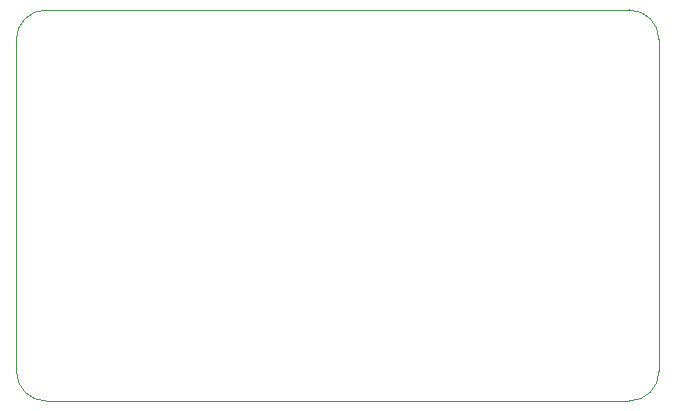
<source format=gbr>
G04 #@! TF.GenerationSoftware,KiCad,Pcbnew,8.0.4*
G04 #@! TF.CreationDate,2024-12-08T00:01:49+02:00*
G04 #@! TF.ProjectId,usb2ps2,75736232-7073-4322-9e6b-696361645f70,1.2*
G04 #@! TF.SameCoordinates,Original*
G04 #@! TF.FileFunction,Profile,NP*
%FSLAX46Y46*%
G04 Gerber Fmt 4.6, Leading zero omitted, Abs format (unit mm)*
G04 Created by KiCad (PCBNEW 8.0.4) date 2024-12-08 00:01:49*
%MOMM*%
%LPD*%
G01*
G04 APERTURE LIST*
G04 #@! TA.AperFunction,Profile*
%ADD10C,0.050000*%
G04 #@! TD*
G04 APERTURE END LIST*
D10*
X154250000Y-103900000D02*
G75*
G02*
X151750000Y-106400000I-2500000J0D01*
G01*
X102350000Y-106400000D02*
G75*
G02*
X99850000Y-103900000I0J2500000D01*
G01*
X99850000Y-75800000D02*
G75*
G02*
X102350000Y-73300000I2500000J0D01*
G01*
X151750000Y-73300000D02*
G75*
G02*
X154250000Y-75800000I0J-2500000D01*
G01*
X99850000Y-75800000D02*
X99850000Y-103900000D01*
X154250000Y-75800000D02*
X154250000Y-103900000D01*
X151750000Y-106400000D02*
X102350000Y-106400000D01*
X151750000Y-73300000D02*
X102350000Y-73300000D01*
M02*

</source>
